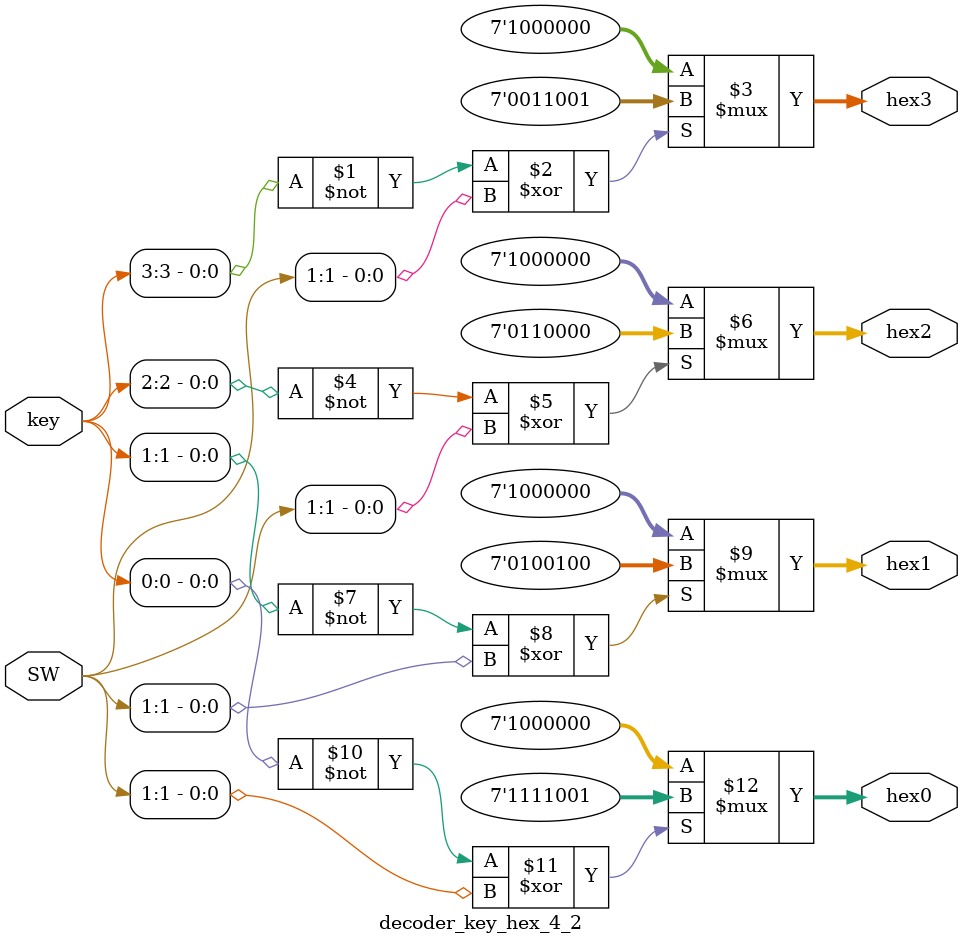
<source format=v>
 module decoder_key_hex_4_2 (
    input [1:0]SW,
    input [3:0] key,
    output [6:0] hex3,//Display 4
    output [6:0] hex2,//Display 3
    output [6:0] hex1,//Display 2
    output [6:0] hex0 //Display 0

);

 assign hex3 = (~key[3] ^ SW[1])? 7'b0011001 : 7'b1000000;
 assign hex2 = (~key[2] ^ SW[1])? 7'b0110000 : 7'b1000000;
 assign hex1 = (~key[1] ^ SW[1])? 7'b0100100 : 7'b1000000;
 assign hex0 = (~key[0] ^ SW[1])? 7'b1111001 : 7'b1000000;

endmodule
</source>
